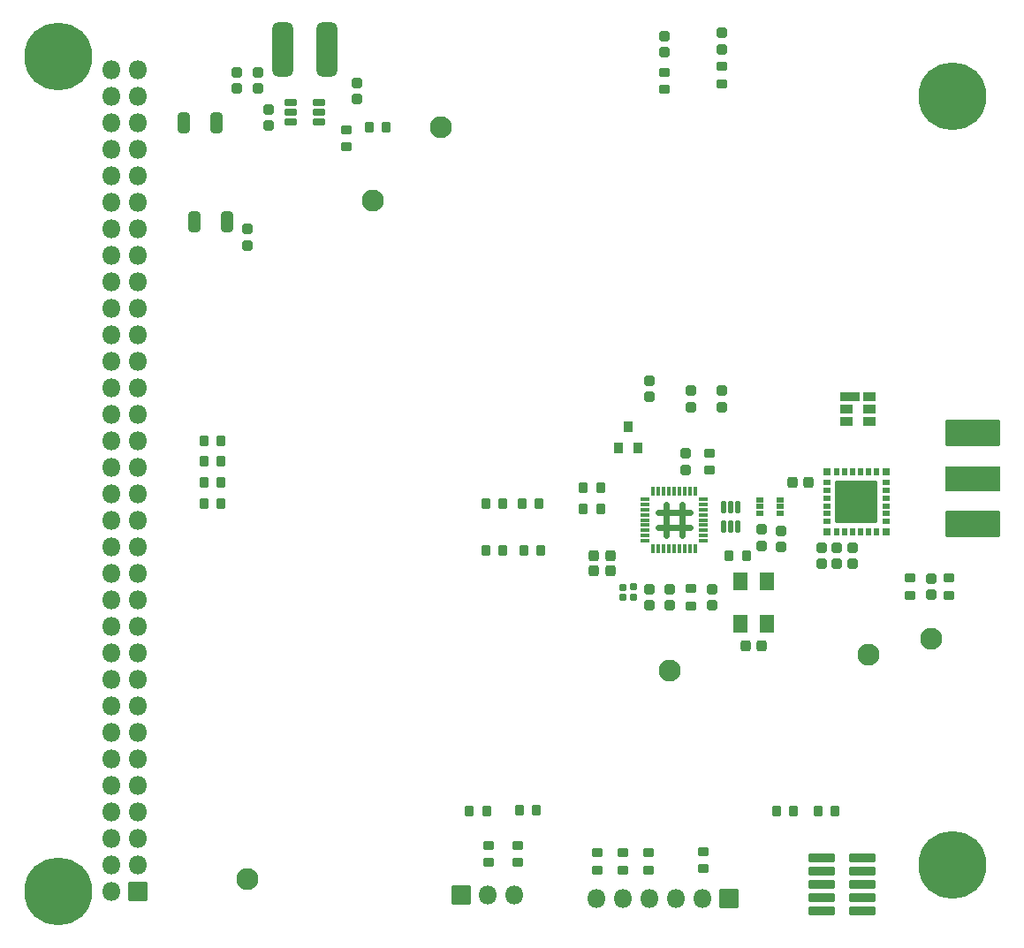
<source format=gts>
G04 #@! TF.GenerationSoftware,KiCad,Pcbnew,7.0.9+1*
G04 #@! TF.CreationDate,2024-02-23T15:47:33-08:00*
G04 #@! TF.ProjectId,hsl_radio,68736c5f-7261-4646-996f-2e6b69636164,1*
G04 #@! TF.SameCoordinates,Original*
G04 #@! TF.FileFunction,Soldermask,Top*
G04 #@! TF.FilePolarity,Negative*
%FSLAX46Y46*%
G04 Gerber Fmt 4.6, Leading zero omitted, Abs format (unit mm)*
G04 Created by KiCad (PCBNEW 7.0.9+1) date 2024-02-23 15:47:33*
%MOMM*%
%LPD*%
G01*
G04 APERTURE LIST*
G04 Aperture macros list*
%AMRoundRect*
0 Rectangle with rounded corners*
0 $1 Rounding radius*
0 $2 $3 $4 $5 $6 $7 $8 $9 X,Y pos of 4 corners*
0 Add a 4 corners polygon primitive as box body*
4,1,4,$2,$3,$4,$5,$6,$7,$8,$9,$2,$3,0*
0 Add four circle primitives for the rounded corners*
1,1,$1+$1,$2,$3*
1,1,$1+$1,$4,$5*
1,1,$1+$1,$6,$7*
1,1,$1+$1,$8,$9*
0 Add four rect primitives between the rounded corners*
20,1,$1+$1,$2,$3,$4,$5,0*
20,1,$1+$1,$4,$5,$6,$7,0*
20,1,$1+$1,$6,$7,$8,$9,0*
20,1,$1+$1,$8,$9,$2,$3,0*%
G04 Aperture macros list end*
%ADD10C,0.600000*%
%ADD11RoundRect,0.050800X-0.140000X-0.375000X0.140000X-0.375000X0.140000X0.375000X-0.140000X0.375000X0*%
%ADD12RoundRect,0.050800X0.375000X-0.140000X0.375000X0.140000X-0.375000X0.140000X-0.375000X-0.140000X0*%
%ADD13RoundRect,0.275800X0.225000X0.250000X-0.225000X0.250000X-0.225000X-0.250000X0.225000X-0.250000X0*%
%ADD14RoundRect,0.190800X-0.170000X0.140000X-0.170000X-0.140000X0.170000X-0.140000X0.170000X0.140000X0*%
%ADD15RoundRect,0.275800X-0.250000X0.225000X-0.250000X-0.225000X0.250000X-0.225000X0.250000X0.225000X0*%
%ADD16RoundRect,0.275800X0.250000X-0.225000X0.250000X0.225000X-0.250000X0.225000X-0.250000X-0.225000X0*%
%ADD17RoundRect,0.275800X-0.225000X-0.250000X0.225000X-0.250000X0.225000X0.250000X-0.225000X0.250000X0*%
%ADD18RoundRect,0.269550X-0.256250X0.218750X-0.256250X-0.218750X0.256250X-0.218750X0.256250X0.218750X0*%
%ADD19RoundRect,0.050800X1.200000X0.370000X-1.200000X0.370000X-1.200000X-0.370000X1.200000X-0.370000X0*%
%ADD20RoundRect,0.050800X-0.850000X0.850000X-0.850000X-0.850000X0.850000X-0.850000X0.850000X0.850000X0*%
%ADD21O,1.801600X1.801600*%
%ADD22RoundRect,0.050800X0.850000X-0.850000X0.850000X0.850000X-0.850000X0.850000X-0.850000X-0.850000X0*%
%ADD23RoundRect,0.050800X2.540000X1.145000X-2.540000X1.145000X-2.540000X-1.145000X2.540000X-1.145000X0*%
%ADD24RoundRect,0.050800X2.540000X1.210000X-2.540000X1.210000X-2.540000X-1.210000X2.540000X-1.210000X0*%
%ADD25RoundRect,0.300800X0.275000X0.700000X-0.275000X0.700000X-0.275000X-0.700000X0.275000X-0.700000X0*%
%ADD26RoundRect,0.269550X-0.218750X-0.256250X0.218750X-0.256250X0.218750X0.256250X-0.218750X0.256250X0*%
%ADD27RoundRect,0.269550X0.256250X-0.218750X0.256250X0.218750X-0.256250X0.218750X-0.256250X-0.218750X0*%
%ADD28RoundRect,0.250800X-0.200000X-0.275000X0.200000X-0.275000X0.200000X0.275000X-0.200000X0.275000X0*%
%ADD29RoundRect,0.250800X0.200000X0.275000X-0.200000X0.275000X-0.200000X-0.275000X0.200000X-0.275000X0*%
%ADD30RoundRect,0.250800X-0.275000X0.200000X-0.275000X-0.200000X0.275000X-0.200000X0.275000X0.200000X0*%
%ADD31RoundRect,0.250800X0.275000X-0.200000X0.275000X0.200000X-0.275000X0.200000X-0.275000X-0.200000X0*%
%ADD32RoundRect,0.050800X0.850000X-0.405000X0.850000X0.405000X-0.850000X0.405000X-0.850000X-0.405000X0*%
%ADD33RoundRect,0.050800X0.525000X-0.405000X0.525000X0.405000X-0.525000X0.405000X-0.525000X-0.405000X0*%
%ADD34RoundRect,0.050800X0.400000X-0.450000X0.400000X0.450000X-0.400000X0.450000X-0.400000X-0.450000X0*%
%ADD35RoundRect,0.050800X0.325000X0.200000X-0.325000X0.200000X-0.325000X-0.200000X0.325000X-0.200000X0*%
%ADD36RoundRect,0.050800X-0.501650X-0.279400X0.501650X-0.279400X0.501650X0.279400X-0.501650X0.279400X0*%
%ADD37C,2.101600*%
%ADD38RoundRect,0.525800X0.475000X2.075000X-0.475000X2.075000X-0.475000X-2.075000X0.475000X-2.075000X0*%
%ADD39RoundRect,0.050800X0.850000X0.850000X-0.850000X0.850000X-0.850000X-0.850000X0.850000X-0.850000X0*%
%ADD40C,6.501600*%
%ADD41RoundRect,0.050800X-0.175000X0.500000X-0.175000X-0.500000X0.175000X-0.500000X0.175000X0.500000X0*%
%ADD42RoundRect,0.050800X0.304800X0.304800X-0.304800X0.304800X-0.304800X-0.304800X0.304800X-0.304800X0*%
%ADD43RoundRect,0.050800X-0.304800X0.228600X-0.304800X-0.228600X0.304800X-0.228600X0.304800X0.228600X0*%
%ADD44RoundRect,0.050800X0.228600X0.304800X-0.228600X0.304800X-0.228600X-0.304800X0.228600X-0.304800X0*%
%ADD45RoundRect,0.050800X1.943100X1.943100X-1.943100X1.943100X-1.943100X-1.943100X1.943100X-1.943100X0*%
%ADD46RoundRect,0.050800X0.650000X-0.800000X0.650000X0.800000X-0.650000X0.800000X-0.650000X-0.800000X0*%
G04 APERTURE END LIST*
D10*
X144400000Y-67350000D02*
X141400000Y-67350000D01*
X141400000Y-65850000D02*
X144400000Y-65850000D01*
X143650000Y-65100000D02*
X143650000Y-68100000D01*
X142150000Y-65100000D02*
X142150000Y-68100000D01*
D11*
X142900000Y-63820000D03*
X143400000Y-63820000D03*
X143900000Y-63820000D03*
X144400000Y-63820000D03*
X144900000Y-63820000D03*
X142400000Y-63820000D03*
X141900000Y-63820000D03*
X141400000Y-63820000D03*
X140900000Y-63820000D03*
D12*
X145680000Y-66600000D03*
X145680000Y-67100000D03*
X145680000Y-67600000D03*
X145680000Y-68100000D03*
X145680000Y-68600000D03*
X145680000Y-64600000D03*
X145680000Y-65100000D03*
X145680000Y-65600000D03*
X145680000Y-66100000D03*
D11*
X142900000Y-69380000D03*
X142400000Y-69380000D03*
X141900000Y-69380000D03*
X141400000Y-69380000D03*
X140900000Y-69380000D03*
X144900000Y-69380000D03*
X144400000Y-69380000D03*
X143900000Y-69380000D03*
X143400000Y-69380000D03*
D12*
X140120000Y-66600000D03*
X140120000Y-66100000D03*
X140120000Y-65600000D03*
X140120000Y-65100000D03*
X140120000Y-64600000D03*
X140120000Y-68600000D03*
X140120000Y-68100000D03*
X140120000Y-67600000D03*
X140120000Y-67100000D03*
D13*
X136775000Y-71500000D03*
X135225000Y-71500000D03*
D14*
X139000000Y-73020000D03*
X139000000Y-73980000D03*
D15*
X140500000Y-73225000D03*
X140500000Y-74775000D03*
D16*
X104000000Y-28775000D03*
X104000000Y-27225000D03*
D15*
X142500000Y-73225000D03*
X142500000Y-74775000D03*
X167500000Y-72225000D03*
X167500000Y-73775000D03*
D14*
X138000000Y-73040000D03*
X138000000Y-74000000D03*
D15*
X157000000Y-69225000D03*
X157000000Y-70775000D03*
X144500000Y-54225000D03*
X144500000Y-55775000D03*
X146500000Y-73225000D03*
X146500000Y-74775000D03*
X101000000Y-23725000D03*
X101000000Y-25275000D03*
X102000000Y-38725000D03*
X102000000Y-40275000D03*
D16*
X144000000Y-61775000D03*
X144000000Y-60225000D03*
X140500000Y-54775000D03*
X140500000Y-53225000D03*
D15*
X151300000Y-67525000D03*
X151300000Y-69075000D03*
D17*
X149725000Y-78700000D03*
X151275000Y-78700000D03*
D13*
X155775000Y-63000000D03*
X154225000Y-63000000D03*
D15*
X158500000Y-69225000D03*
X158500000Y-70775000D03*
X160000000Y-69225000D03*
X160000000Y-70775000D03*
X147500000Y-54225000D03*
X147500000Y-55775000D03*
D18*
X142000000Y-20212500D03*
X142000000Y-21787500D03*
X147500000Y-19925000D03*
X147500000Y-21500000D03*
D19*
X160950000Y-104040000D03*
X157050000Y-104040000D03*
X160950000Y-102770000D03*
X157050000Y-102770000D03*
X160950000Y-101500000D03*
X157050000Y-101500000D03*
X160950000Y-100230000D03*
X157050000Y-100230000D03*
X160950000Y-98960000D03*
X157050000Y-98960000D03*
D20*
X148150000Y-102900000D03*
D21*
X145610000Y-102900000D03*
X143070000Y-102900000D03*
X140530000Y-102900000D03*
X137990000Y-102900000D03*
X135450000Y-102900000D03*
D22*
X122475000Y-102500000D03*
D21*
X125015000Y-102500000D03*
X127555000Y-102500000D03*
D23*
X171500000Y-62620000D03*
D24*
X171500000Y-67000000D03*
X171500000Y-58240000D03*
D25*
X100075000Y-38000000D03*
X96925000Y-38000000D03*
D26*
X135212500Y-70000000D03*
X136787500Y-70000000D03*
D27*
X153100000Y-69187500D03*
X153100000Y-67612500D03*
D28*
X123275000Y-94500000D03*
X124925000Y-94500000D03*
D29*
X129725000Y-94400000D03*
X128075000Y-94400000D03*
D30*
X142000000Y-23675000D03*
X142000000Y-25325000D03*
X147500000Y-23137500D03*
X147500000Y-24787500D03*
X135500000Y-98475000D03*
X135500000Y-100125000D03*
X145700000Y-98375000D03*
X145700000Y-100025000D03*
X138000000Y-98475000D03*
X138000000Y-100125000D03*
X140400000Y-98475000D03*
X140400000Y-100125000D03*
D29*
X99500000Y-65000000D03*
X97850000Y-65000000D03*
X99500000Y-63000000D03*
X97850000Y-63000000D03*
X99500000Y-59000000D03*
X97850000Y-59000000D03*
X99500000Y-61000000D03*
X97850000Y-61000000D03*
D30*
X127900000Y-97775000D03*
X127900000Y-99425000D03*
X125100000Y-97775000D03*
X125100000Y-99425000D03*
X146300000Y-60175000D03*
X146300000Y-61825000D03*
D29*
X149825000Y-70000000D03*
X148175000Y-70000000D03*
X158325000Y-94500000D03*
X156675000Y-94500000D03*
X126475000Y-65000000D03*
X124825000Y-65000000D03*
X129975000Y-65000000D03*
X128325000Y-65000000D03*
X126475000Y-69500000D03*
X124825000Y-69500000D03*
X130150000Y-69500000D03*
X128500000Y-69500000D03*
D28*
X134175000Y-65500000D03*
X135825000Y-65500000D03*
D29*
X154325000Y-94500000D03*
X152675000Y-94500000D03*
X135825000Y-63500000D03*
X134175000Y-63500000D03*
D30*
X169250000Y-72175000D03*
X169250000Y-73825000D03*
D31*
X165500000Y-73825000D03*
X165500000Y-72175000D03*
D32*
X159750000Y-54810000D03*
D33*
X159425000Y-56000000D03*
X159425000Y-57190000D03*
X161575000Y-57190000D03*
X161575000Y-56000000D03*
X161575000Y-54810000D03*
D34*
X137550000Y-59700000D03*
X139450000Y-59700000D03*
X138500000Y-57700000D03*
D35*
X153020000Y-65970000D03*
X153020000Y-64670000D03*
X151120000Y-65320000D03*
X153020000Y-65320000D03*
X151120000Y-64670000D03*
X151120000Y-65970000D03*
D31*
X144500000Y-74825000D03*
X144500000Y-73175000D03*
D16*
X112500000Y-26275000D03*
X112500000Y-24725000D03*
D36*
X106147450Y-26549999D03*
X106147450Y-27500000D03*
X106147450Y-28450001D03*
X108852550Y-28450001D03*
X108852550Y-27500000D03*
X108852550Y-26549999D03*
D37*
X102000000Y-101000000D03*
D30*
X111500000Y-29175000D03*
X111500000Y-30825000D03*
D37*
X167500000Y-78000000D03*
D38*
X109600000Y-21500000D03*
X105400000Y-21500000D03*
D29*
X115325000Y-29000000D03*
X113675000Y-29000000D03*
D39*
X91500000Y-102200000D03*
D21*
X88960000Y-102200000D03*
X91500000Y-99660000D03*
X88960000Y-99660000D03*
X91500000Y-97120000D03*
X88960000Y-97120000D03*
X91500000Y-94580000D03*
X88960000Y-94580000D03*
X91500000Y-92040000D03*
X88960000Y-92040000D03*
X91500000Y-89500000D03*
X88960000Y-89500000D03*
X91500000Y-86960000D03*
X88960000Y-86960000D03*
X91500000Y-84420000D03*
X88960000Y-84420000D03*
X91500000Y-81880000D03*
X88960000Y-81880000D03*
X91500000Y-79340000D03*
X88960000Y-79340000D03*
X91500000Y-76800000D03*
X88960000Y-76800000D03*
X91500000Y-74260000D03*
X88960000Y-74260000D03*
X91500000Y-71720000D03*
X88960000Y-71720000D03*
X91500000Y-69180000D03*
X88960000Y-69180000D03*
X91500000Y-66640000D03*
X88960000Y-66640000D03*
X91500000Y-64100000D03*
X88960000Y-64100000D03*
X91500000Y-61560000D03*
X88960000Y-61560000D03*
X91500000Y-59020000D03*
X88960000Y-59020000D03*
X91500000Y-56480000D03*
X88960000Y-56480000D03*
X91500000Y-53940000D03*
X88960000Y-53940000D03*
X91500000Y-51400000D03*
X88960000Y-51400000D03*
X91500000Y-48860000D03*
X88960000Y-48860000D03*
X91500000Y-46320000D03*
X88960000Y-46320000D03*
X91500000Y-43780000D03*
X88960000Y-43780000D03*
X91500000Y-41240000D03*
X88960000Y-41240000D03*
X91500000Y-38700000D03*
X88960000Y-38700000D03*
X91500000Y-36160000D03*
X88960000Y-36160000D03*
X91500000Y-33620000D03*
X88960000Y-33620000D03*
X91500000Y-31080000D03*
X88960000Y-31080000D03*
X91500000Y-28540000D03*
X88960000Y-28540000D03*
X91500000Y-26000000D03*
X88960000Y-26000000D03*
X91500000Y-23460000D03*
X88960000Y-23460000D03*
D40*
X169605000Y-99660000D03*
X169605000Y-26000000D03*
X83880000Y-102200000D03*
X83880000Y-22190000D03*
D25*
X99075000Y-28500000D03*
X95925000Y-28500000D03*
D41*
X148950000Y-65400000D03*
X148300000Y-65400000D03*
X147650000Y-65400000D03*
X147650000Y-67200000D03*
X148300000Y-67200000D03*
X148950000Y-67200000D03*
D37*
X120500000Y-29000000D03*
X142500000Y-81000000D03*
D42*
X163220207Y-67737021D03*
D43*
X163220195Y-66750000D03*
X163220195Y-65999999D03*
X163220195Y-65250001D03*
X163220195Y-64499999D03*
X163220195Y-63750001D03*
X163220195Y-63000000D03*
D42*
X163220207Y-62013995D03*
D44*
X162250001Y-62012992D03*
X161500000Y-62012992D03*
X160750002Y-62012992D03*
X160000000Y-62012992D03*
X159250002Y-62012992D03*
X158500001Y-62012992D03*
D42*
X157529795Y-62013995D03*
D43*
X157529807Y-63000000D03*
X157529807Y-63750001D03*
X157529807Y-64499999D03*
X157529807Y-65250001D03*
X157529807Y-65999999D03*
X157529807Y-66750000D03*
D42*
X157529795Y-67737021D03*
D44*
X158500001Y-67737008D03*
X159250002Y-67737008D03*
X160000000Y-67737008D03*
X160750002Y-67737008D03*
X161500000Y-67737008D03*
X162250001Y-67737008D03*
D45*
X160375001Y-64875000D03*
D37*
X114000000Y-36000000D03*
D46*
X151750000Y-76550000D03*
X151750000Y-72450000D03*
X149250000Y-72450000D03*
X149250000Y-76550000D03*
D15*
X103000000Y-23725000D03*
X103000000Y-25275000D03*
D37*
X161500000Y-79500000D03*
M02*

</source>
